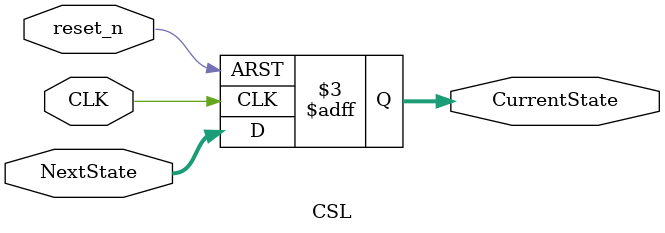
<source format=v>
module CSL(
 
    input                       CLK,
    input                       reset_n,
    input           [2:0]       NextState,
    output   reg    [2:0]       CurrentState
    
);

// State Machine Parameters
parameter par_idle = 3'b000;
parameter par_hazard = 3'b001;
parameter par_turn_sig_left = 3'b010;
parameter par_turn_sig_right = 3'b011;

always @(posedge CLK, negedge reset_n)
    if(reset_n == 0)
        CurrentState = par_idle;
    else
        CurrentState = NextState;
 
 
endmodule

</source>
